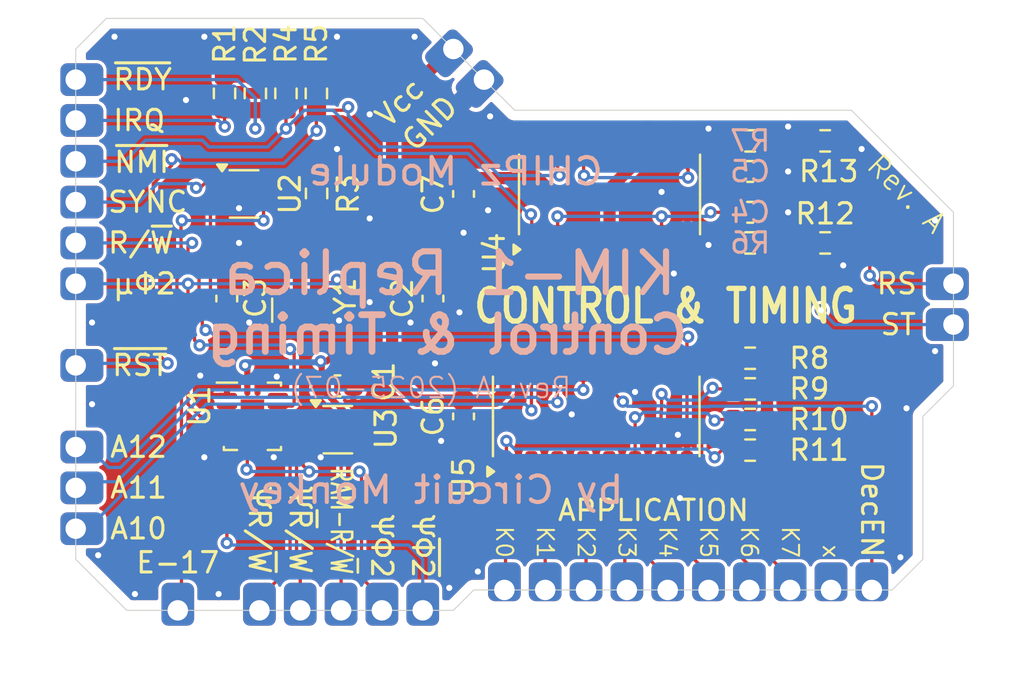
<source format=kicad_pcb>
(kicad_pcb (version 20241229) (generator "pcbnew") (generator_version "9.0")
  (layers (0 "F.Cu" signal) (2 "B.Cu" signal) (13 "F.Paste" user) (15 "B.Paste" user) (5 "F.SilkS" user "F.Silkscreen") (7 "B.SilkS" user "B.Silkscreen") (1 "F.Mask" user) (3 "B.Mask" user) (25 "Edge.Cuts" user))
  (net 0 "")
  (net 1 "GND")
  (net 2 "VCC")
  (net 3 "Net-(CST13-Pad1)")
  (net 5 "Net-(U4-THRESH1)")
  (net 6 "Net-(U4-THRESH2)")
  (net 7 "/K1")
  (net 8 "/K4")
  (net 9 "/K7")
  (net 10 "/DECEN")
  (net 11 "/K6")
  (net 12 "/K5")
  (net 13 "/K2")
  (net 14 "/K0")
  (net 16 "/K3")
  (net 23 "/SYNC")
  (net 24 "/~{IRQ}")
  (net 25 "/~{RDY}")
  (net 26 "/~{NMI}")
  (net 27 "/~{RST}")
  (net 28 "/A10")
  (net 29 "/A11")
  (net 30 "/A12")
  (net 31 "/μΦ2")
  (net 32 "/R{slash}~{W}")
  (net 33 "/ΨR{slash}~{W}")
  (net 34 "/Ψ~{R}{slash}W")
  (net 35 "/RAM-R{slash}~{W}")
  (net 36 "/ΨΦ2")
  (net 37 "/Ψ~{Φ2}")
  (net 38 "/ST")
  (net 39 "/RS")
  (footprint "CM_Connector_Castelated:cast-2.0-01P" (layer "F.Cu") (at 129 108 180)
    (property "Reference" "CST9" (hide yes))
    (property "Value" "A11")
  )
  (footprint "CM_Chip_Packages:QFN-14_EP_2.5x3_Pitch0.5mm" (layer "F.Cu") (at 137.65625 104.49375)
    (property "Reference" "U1")
    (property "Value" "74HC04")
  )
  (footprint "Package_TO_SOT_SMD:SOT-353_SC-70-5" (layer "F.Cu") (at 137.25 93.6)
    (property "Reference" "U2")
    (property "Value" "74AHC1G00")
  )
  (footprint "CM_Connector_Castelated:cast-2.0-01P" (layer "F.Cu") (at 134 114 -90)
    (property "Reference" "CST13" (hide yes))
    (property "Value" "E-17")
  )
  (footprint "Capacitor_SMD:C_0603_1608Metric" (layer "F.Cu") (at 148 104.5 -90)
    (property "Reference" "C6")
    (property "Value" "0.1uF" (hide yes))
  )
  (footprint "Resistor_SMD:R_0603_1608Metric" (layer "F.Cu") (at 136.29 88.675 -90)
    (property "Reference" "R1")
    (property "Value" "3.3K" (hide yes))
  )
  (footprint "CM_Connector_Castelated:cast-2.0-01P" (layer "F.Cu") (at 129 110 180)
    (property "Reference" "CST8" (hide yes))
    (property "Value" "A10")
  )
  (footprint "Oscillator:Oscillator_SMD_Abracon_ASDMB-4Pin_2.5x2.0mm" (layer "F.Cu") (at 139.975 98.725)
    (property "Reference" "Y1")
    (property "Value" "8MHz")
  )
  (footprint "CM_Connector_Castelated:cast-2.0-01P" (layer "F.Cu") (at 172 100)
    (property "Reference" "CST21" (hide yes))
    (property "Value" "ST")
  )
  (footprint "Resistor_SMD:R_0603_1608Metric" (layer "F.Cu") (at 162.04 103.15)
    (property "Reference" "R9")
    (property "Value" "3.3K" (hide yes))
  )
  (footprint "CM_Connector_Castelated:cast-2.0-01P" (layer "F.Cu") (at 129 90 180)
    (property "Reference" "CST4" (hide yes))
    (property "Value" "IRQ")
  )
  (footprint "Resistor_SMD:R_0603_1608Metric" (layer "F.Cu") (at 162.04 91)
    (property "Reference" "R7")
    (property "Value" "1K" (hide yes))
  )
  (footprint "Capacitor_SMD:C_0603_1608Metric" (layer "F.Cu") (at 141.825 103)
    (property "Reference" "C1")
    (property "Value" "0.1uF" (hide yes))
  )
  (footprint "CM_Connector_Castelated:cast-2.0-01P" (layer "F.Cu") (at 146 114 -90)
    (property "Reference" "CST18" (hide yes))
    (property "Value" "Ψ~{Φ2}")
  )
  (footprint "Capacitor_SMD:C_0603_1608Metric" (layer "F.Cu") (at 146.5 98.725 -90)
    (property "Reference" "C2")
    (property "Value" "4.7uF" (hide yes))
  )
  (footprint "CM_Connector_Castelated:cast-2.0-01P" (layer "F.Cu") (at 129 94 180)
    (property "Reference" "CST3" (hide yes))
    (property "Value" "SYNC")
  )
  (footprint "Package_SO:SO-16_3.9x9.9mm_P1.27mm" (layer "F.Cu") (at 154.5 104.5 90)
    (property "Reference" "U5")
    (property "Value" "74LS145")
  )
  (footprint "CM_Connector_Castelated:cast-2.0-01P" (layer "F.Cu") (at 172 98)
    (property "Reference" "CST20" (hide yes))
    (property "Value" "RS")
  )
  (footprint "Resistor_SMD:R_0603_1608Metric" (layer "F.Cu") (at 140.79 88.675 -90)
    (property "Reference" "R5")
    (property "Value" "3.3K" (hide yes))
  )
  (footprint "Capacitor_SMD:C_0603_1608Metric" (layer "F.Cu") (at 162.04 92.5)
    (property "Reference" "C5")
    (property "Value" "0.22uF" (hide yes))
  )
  (footprint "Resistor_SMD:R_0603_1608Metric" (layer "F.Cu") (at 162.04 101.65)
    (property "Reference" "R8")
    (property "Value" "3.3K" (hide yes))
  )
  (footprint "Resistor_SMD:R_0603_1608Metric" (layer "F.Cu") (at 162.04 106.15)
    (property "Reference" "R11")
    (property "Value" "3.3K" (hide yes))
  )
  (footprint "CM_Connector_Castelated:cast-2.0-01P" (layer "F.Cu") (at 147.5 86.5 45)
    (property "Reference" "CST1" (hide yes))
    (property "Value" "Vcc")
  )
  (footprint "Resistor_SMD:R_0603_1608Metric" (layer "F.Cu") (at 140.8 93.575 90)
    (property "Reference" "R3")
    (property "Value" "3.3K" (hide yes))
  )
  (footprint "Resistor_SMD:R_0603_1608Metric" (layer "F.Cu") (at 165.715 91)
    (property "Reference" "R13")
    (property "Value" "47K" (hide yes))
  )
  (footprint "CM_Connector_Castelated:cast-2.0-01P" (layer "F.Cu") (at 140 114 -90)
    (property "Reference" "CST15" (hide yes))
    (property "Value" "Ψ~{R}/W")
  )
  (footprint "CM_Connector_Castelated:cast-2.0-01P" (layer "F.Cu") (at 129 106 180)
    (property "Reference" "CST10" (hide yes))
    (property "Value" "A12")
  )
  (footprint "CM_Connector_Castelated:cast-2.0-01P" (layer "F.Cu") (at 142 114 -90)
    (property "Reference" "CST16" (hide yes))
    (property "Value" "RAM-R/~{W}")
  )
  (footprint "CM_Connector_Castelated:cast-2.0-01P" (layer "F.Cu") (at 129 96 180)
    (property "Reference" "CST12" (hide yes))
    (property "Value" "R/~{W}")
  )
  (footprint "Capacitor_SMD:C_0603_1608Metric" (layer "F.Cu") (at 162.04 94.5)
    (property "Reference" "C4")
    (property "Value" "0.22uF" (hide yes))
  )
  (footprint "Resistor_SMD:R_0603_1608Metric" (layer "F.Cu") (at 139.3 88.675 -90)
    (property "Reference" "R4")
    (property "Value" "3.3K" (hide yes))
  )
  (footprint "Capacitor_SMD:C_0603_1608Metric" (layer "F.Cu") (at 136.4 98.725 -90)
    (property "Reference" "C3")
    (property "Value" "0.01uF" (hide yes))
  )
  (footprint "Capacitor_SMD:C_0603_1608Metric" (layer "F.Cu") (at 148 93.6 -90)
    (property "Reference" "C7")
    (property "Value" "0.1uF" (hide yes))
  )
  (footprint "Package_TO_SOT_SMD:SOT-353_SC-70-5" (layer "F.Cu") (at 141.84 105.15)
    (property "Reference" "U3")
    (property "Value" "74AHC1G00")
  )
  (footprint "Resistor_SMD:R_0603_1608Metric" (layer "F.Cu") (at 165.715 96)
    (property "Reference" "R12")
    (property "Value" "47K" (hide yes))
  )
  (footprint "Resistor_SMD:R_0603_1608Metric" (layer "F.Cu") (at 162.04 104.65)
    (property "Reference" "R10")
    (property "Value" "3.3K" (hide yes))
  )
  (footprint "CM_Connector_Castelated:cast-2.0-01P" (layer "F.Cu") (at 129 98 180)
    (property "Reference" "CST11" (hide yes))
    (property "Value" "μΦ2")
  )
  (footprint "CM_Connector_Castelated:cast-2.0-01P" (layer "F.Cu") (at 129 92 180)
    (property "Reference" "CST6" (hide yes))
    (property "Value" "~{NMI}")
  )
  (footprint "CM_Connector_Castelated:cast-2.0-01P" (layer "F.Cu") (at 149 88 45)
    (property "Reference" "CST2" (hide yes))
    (property "Value" "GND")
  )
  (footprint "CM_Connector_Castelated:cast-2.0-01P" (layer "F.Cu") (at 138 114 -90)
    (property "Reference" "CST14" (hide yes))
    (property "Value" "ΨR/~{W}")
  )
  (footprint "Resistor_SMD:R_0603_1608Metric" (layer "F.Cu") (at 162.04 96)
    (property "Reference" "R6")
    (property "Value" "1K" (hide yes))
  )
  (footprint "CM_Connector_Castelated:cast-2.0-01P" (layer "F.Cu") (at 129 88 180)
    (property "Reference" "CST5" (hide yes))
    (property "Value" "~{RDY}")
  )
  (footprint "CM_Connector_Castelated:cast-2.0-01P" (layer "F.Cu") (at 144 114 -90)
    (property "Reference" "CST17" (hide yes))
    (property "Value" "ΨΦ2")
  )
  (footprint "Package_SO:SO-14_3.9x8.65mm_P1.27mm" (layer "F.Cu") (at 155.15 93.625 90)
    (property "Reference" "U4")
    (property "Value" "TLC556")
  )
  (footprint "CM_Connector_Castelated:cast-2.0-10P" (layer "F.Cu") (at 158 113 90)
    (property "Reference" "CST19" (hide yes))
    (property "Value" "APPLICATION")
  )
  (footprint "Resistor_SMD:R_0603_1608Metric" (layer "F.Cu") (at 137.8 88.675 -90)
    (property "Reference" "R2")
    (property "Value" "3.3K" (hide yes))
  )
  (footprint "CM_Connector_Castelated:cast-2.0-01P" (layer "F.Cu") (at 129 102 180)
    (property "Reference" "CST7" (hide yes))
    (property "Value" "~{RST}")
  )
  (gr_poly (pts (xy 129 86.5) (xy 129 111.5) (xy 131.5 114) (xy 147.5 114) (xy 148.5 113) (xy 169 113) (xy 170.5 111.5) (xy 170.5 104.5) (xy 172 103) (xy 172 94.5) (xy 167 89.5) (xy 150.5 89.5) (xy 146 85) (xy 130.5 85)) (stroke (width 0.05)) (fill no) (layer "Edge.Cuts"))
  (gr_text "CONTROL & TIMING" (at 157.9 99.1 0) (layer "F.SilkS") (effects (font (size 1.6 1.3) (thickness 0.26) (bold yes))))
  (gr_text "K7" (at 164 111.5 270) (layer "F.SilkS") (effects (font (size 0.8 0.8) (thickness 0.1)) (justify right)))
  (gr_text "K2" (at 154 111.5 270) (layer "F.SilkS") (effects (font (size 0.8 0.8) (thickness 0.1)) (justify right)))
  (gr_text "K1" (at 152 111.5 270) (layer "F.SilkS") (effects (font (size 0.8 0.8) (thickness 0.1)) (justify right)))
  (gr_text "K6" (at 162 111.5 270) (layer "F.SilkS") (effects (font (size 0.8 0.8) (thickness 0.1)) (justify right)))
  (gr_text "K4" (at 158 111.5 270) (layer "F.SilkS") (effects (font (size 0.8 0.8) (thickness 0.1)) (justify right)))
  (gr_text "DecEN" (at 168 111.5 270) (layer "F.SilkS") (effects (font (size 1 1)) (justify right)))
  (gr_text "Rev. A" (at 169.7 93.6 315) (layer "F.SilkS") (effects (font (size 1 1) (thickness 0.1))))
  (gr_text "K0" (at 150 111.5 270) (layer "F.SilkS") (effects (font (size 0.8 0.8) (thickness 0.1)) (justify right)))
  (gr_text "K3" (at 156 111.5 270) (layer "F.SilkS") (effects (font (size 0.8 0.8) (thickness 0.1)) (justify right)))
  (gr_text "x" (at 166 111.5 270) (layer "F.SilkS") (effects (font (size 0.8 0.8) (thickness 0.1)) (justify right)))
  (gr_text "K5" (at 160 111.5 270) (layer "F.SilkS") (effects (font (size 0.8 0.8) (thickness 0.1)) (justify right)))
  (gr_text "KIM-1 Replica" (at 147.3 97.5 0) (layer "B.SilkS") (effects (font (size 2 2) (thickness 0.3)) (justify mirror)))
  (gr_text "CHIPz Module" (at 147.6 92.5 0) (layer "B.SilkS") (effects (font (size 1.3 1.4) (thickness 0.2) (bold yes)) (justify mirror)))
  (gr_text "by Circuit Monkey" (at 146.4 108.1 0) (layer "B.SilkS") (effects (font (size 1.3 1.4) (thickness 0.2) (bold yes)) (justify mirror)))
  (gr_text "Rev. A (2025-07)" (at 146.4 103.1 0) (layer "B.SilkS") (effects (font (size 1 1) (thickness 0.1)) (justify mirror)))
  (gr_text "Control & Timing" (at 147.2 100.5 0) (layer "B.SilkS") (effects (font (size 1.8 1.8) (thickness 0.33) (bold yes)) (justify mirror)))
  (via (at 135.3 85.9) (size 0.6) (drill 0.3) (layers "F.Cu" "B.Cu") (net 1))
  (via (at 137.5 99.9) (size 0.6) (drill 0.3) (layers "F.Cu" "B.Cu") (net 1))
  (via (at 160 96.1) (size 0.6) (drill 0.3) (layers "F.Cu" "B.Cu") (net 1))
  (via (at 145.6 85.9) (size 0.6) (drill 0.3) (layers "F.Cu" "B.Cu") (net 1))
  (via (at 147.8 99.4) (size 0.6) (drill 0.3) (layers "F.Cu" "B.Cu") (net 1))
  (via (at 157.7 93.5) (size 0.6) (drill 0.3) (layers "F.Cu" "B.Cu") (net 1))
  (via (at 146.6 101.9) (size 0.6) (drill 0.3) (layers "F.Cu" "B.Cu") (net 1))
  (via (at 130.9 85.9) (size 0.6) (drill 0.3) (layers "F.Cu" "B.Cu") (net 1))
  (via (at 169.4 111.4) (size 0.6) (drill 0.3) (layers "F.Cu" "B.Cu") (net 1))
  (via (at 149.2 94.4) (size 0.6) (drill 0.3) (layers "F.Cu" "B.Cu") (net 1))
  (via (at 134.4 89) (size 0.6) (drill 0.3) (layers "F.Cu" "B.Cu") (net 1))
  (via (at 129.8 103.9) (size 0.6) (drill 0.3) (layers "F.Cu" "B.Cu") (net 1))
  (via (at 137 96) (size 0.6) (drill 0.3) (layers "F.Cu" "B.Cu") (net 1))
  (via (at 138.85 102.55) (size 0.6) (drill 0.3) (layers "F.Cu" "B.Cu") (net 1))
  (via (at 143.4 98.9) (size 0.6) (drill 0.3) (layers "F.Cu" "B.Cu") (net 1))
  (via (at 143.4 94.8) (size 0.6) (drill 0.3) (layers "F.Cu" "B.Cu") (net 1))
  (via (at 171.1 101.3) (size 0.6) (drill 0.3) (layers "F.Cu" "B.Cu") (net 1))
  (via (at 141.9 99.8) (size 0.6) (drill 0.3) (layers "F.Cu" "B.Cu") (net 1))
  (via (at 167.5 91.4) (size 0.6) (drill 0.3) (layers "F.Cu" "B.Cu") (net 1))
  (via (at 135.1 102.5) (size 0.6) (drill 0.3) (layers "F.Cu" "B.Cu") (net 1))
  (via (at 163.9 90.3) (size 0.6) (drill 0.3) (layers "F.Cu" "B.Cu") (net 1))
  (via (at 135.3 106.5) (size 0.6) (drill 0.3) (layers "F.Cu" "B.Cu") (net 1))
  (via (at 171.1 94.9) (size 0.6) (drill 0.3) (layers "F.Cu" "B.Cu") (net 1))
  (via (at 141.8 91.4) (size 0.6) (drill 0.3) (layers "F.Cu" "B.Cu") (net 1))
  (via (at 166.6 97.1) (size 0.6) (drill 0.3) (layers "F.Cu" "B.Cu") (net 1))
  (via (at 146.9 105.7) (size 0.6) (drill 0.3) (layers "F.Cu" "B.Cu") (net 1))
  (via (at 129.8 99.9) (size 0.6) (drill 0.3) (layers "F.Cu" "B.Cu") (net 1))
  (via (at 158.3 97.5) (size 0.6) (drill 0.3) (layers "F.Cu" "B.Cu") (net 1))
  (via (at 147.3 112.9) (size 0.6) (drill 0.3) (layers "F.Cu" "B.Cu") (net 1))
  (via (at 149.3 89.8) (size 0.6) (drill 0.3) (layers "F.Cu" "B.Cu") (net 1))
  (via (at 148.7 112.1) (size 0.6) (drill 0.3) (layers "F.Cu" "B.Cu") (net 1))
  (via (at 169.7 104.1) (size 0.6) (drill 0.3) (layers "F.Cu" "B.Cu") (net 1))
  (via (at 148 95.5) (size 0.6) (drill 0.3) (layers "F.Cu" "B.Cu") (net 1))
  (via (at 163.9 92.5) (size 0.6) (drill 0.3) (layers "F.Cu" "B.Cu") (net 1))
  (via (at 160 90.4) (size 0.6) (drill 0.3) (layers "F.Cu" "B.Cu") (net 1))
  (via (at 158.6 108.5) (size 0.6) (drill 0.3) (layers "F.Cu" "B.Cu") (net 1))
  (via (at 143.4 89.7) (size 0.6) (drill 0.3) (layers "F.Cu" "B.Cu") (net 1))
  (via (at 137 94.3) (size 0.6) (drill 0.3) (layers "F.Cu" "B.Cu") (net 1))
  (via (at 145.4 99.9) (size 0.6) (drill 0.3) (layers "F.Cu" "B.Cu") (net 1))
  (via (at 130.1 111.3) (size 0.6) (drill 0.3) (layers "F.Cu" "B.Cu") (net 1))
  (via (at 141.8 85.9) (size 0.6) (drill 0.3) (layers "F.Cu" "B.Cu") (net 1))
  (via (at 131.9 113.2) (size 0.6) (drill 0.3) (layers "F.Cu" "B.Cu") (net 1))
  (via (at 138.7 106.5) (size 0.6) (drill 0.3) (layers "F.Cu" "B.Cu") (net 1))
  (via (at 136 113.2) (size 0.6) (drill 0.3) (layers "F.Cu" "B.Cu") (net 1))
  (via (at 141 106.5) (size 0.6) (drill 0.3) (layers "F.Cu" "B.Cu") (net 1))
  (via (at 163.9 94.5) (size 0.6) (drill 0.3) (layers "F.Cu" "B.Cu") (net 1))
  (via (at 156.4 103.3) (size 0.6) (drill 0.3) (layers "F.Cu" "B.Cu") (net 1))
  (via (at 153.3 104.4) (size 0.6) (drill 0.3) (layers "F.Cu" "B.Cu") (net 1))
  (via (at 158.5 105.4) (size 0.6) (drill 0.3) (layers "F.Cu" "B.Cu") (net 1))
  (segment (start 136.29 87.85) (end 137.79 87.85) (width 0.6) (layer "F.Cu") (net 2))
  (segment (start 156.8 99.1) (end 155.15 97.45) (width 0.6) (layer "F.Cu") (net 2))
  (segment (start 139.8 96.7) (end 144.5 96.7) (width 0.6) (layer "F.Cu") (net 2))
  (segment (start 162.865 100.365) (end 161.6 99.1) (width 0.6) (layer "F.Cu") (net 2))
  (segment (start 141.6 101.5) (end 144.5 101.5) (width 0.3) (layer "F.Cu") (net 2))
  (segment (start 145.725 103.725) (end 144.5 102.5) (width 0.6) (layer "F.Cu") (net 2))
  (segment (start 141.3 101.8) (end 141.6 101.5) (width 0.3) (layer "F.Cu") (net 2))
  (segment (start 162.865 101.65) (end 162.865 100.365) (width 0.6) (layer "F.Cu") (net 2))
  (segment (start 150.055 103.245) (end 149.575 103.725) (width 0.6) (layer "F.Cu") (net 2))
  (segment (start 140.79 87.85) (end 142.95 87.85) (width 0.6) (layer "F.Cu") (net 2))
  (segment (start 155.15 93.75) (end 155.15 96.1) (width 0.6) (layer "F.Cu") (net 2))
  (segment (start 137.40625 102.19375) (end 137.40625 102.99375) (width 0.3) (layer "F.Cu") (net 2))
  (segment (start 156.42 91.15) (end 156.42 92.08) (width 0.6) (layer "F.Cu") (net 2))
  (segment (start 141 101.8) (end 141 102) (width 0.3) (layer "F.Cu") (net 2))
  (segment (start 139.3 87.85) (end 140.79 87.85) (width 0.6) (layer "F.Cu") (net 2))
  (segment (start 139.15 97.95) (end 139.15 97.35) (width 0.6) (layer "F.Cu") (net 2))
  (segment (start 137.79 87.85) (end 139.3 87.85) (width 0.6) (layer "F.Cu") (net 2))
  (segment (start 138.2 92.95) (end 140.625 92.95) (width 0.3) (layer "F.Cu") (net 2))
  (segment (start 142.95 87.85) (end 144.5 89.4) (width 0.6) (layer "F.Cu") (net 2))
  (segment (start 139.15 97.35) (end 139.8 96.7) (width 0.6) (layer "F.Cu") (net 2))
  (segment (start 136.4 97.95) (end 139.15 97.95) (width 0.6) (layer "F.Cu") (net 2))
  (segment (start 142.79 104.5) (end 142.4 104.5) (width 0.3) (layer "F.Cu") (net 2))
  (segment (start 148 103.725) (end 145.725 103.725) (width 0.6) (layer "F.Cu") (net 2))
  (segment (start 144.5 92.7) (end 144.5 89.4) (width 0.6) (layer "F.Cu") (net 2))
  (segment (start 162.865 104.65) (end 162.865 103.15) (width 0.6) (layer "F.Cu") (net 2))
  (segment (start 144.625 92.825) (end 144.5 92.7) (width 0.6) (layer "F.Cu") (net 2))
  (segment (start 162.865 103.15) (end 162.865 101.65) (width 0.6) (layer "F.Cu") (net 2))
  (segment (start 141 102) (end 141.05 102.05) (width 0.3) (layer "F.Cu") (net 2))
  (segment (start 149.575 103.725) (end 148 103.725) (width 0.6) (layer "F.Cu") (net 2))
  (segment (start 162.865 106.15) (end 162.865 104.65) (width 0.6) (layer "F.Cu") (net 2))
  (segment (start 144.5 89.4) (end 146.853607 87.046393) (width 0.6) (layer "F.Cu") (net 2))
  (segment (start 146.853607 87.046393) (end 146.913607 87.046393) (width 0.6) (layer "F.Cu") (net 2))
  (segment (start 151.075 92.825) (end 151.34 92.56) (width 0.6) (layer "F.Cu") (net 2))
  (segment (start 151.625 92.825) (end 151.075 92.825) (width 0.6) (layer "F.Cu") (net 2))
  (segment (start 144.425 92.775) (end 144.5 92.7) (width 0.6) (layer "F.Cu") (net 2))
  (segment (start 152.3 93.5) (end 151.625 92.825) (width 0.6) (layer "F.Cu") (net 2))
  (segment (start 137.3 102) (end 137.3 102.0875) (width 0.3) (layer "F.Cu") (net 2))
  (segment (start 142.4 104.5) (end 141.05 103.15) (width 0.3) (layer "F.Cu") (net 2))
  (segment (start 141.05 103.15) (end 141.05 103) (width 0.6) (layer "F.Cu") (net 2))
  (segment (start 150.055 101.925) (end 150.055 103.245) (width 0.6) (layer "F.Cu") (net 2))
  (segment (start 144.5 97.9) (end 144.5 96.7) (width 0.6) (layer "F.Cu") (net 2))
  (segment (start 144.55 97.95) (end 144.5 97.9) (width 0.6) (layer "F.Cu") (net 2))
  (segment (start 140.625 92.95) (end 140.8 92.775) (width 0.3) (layer "F.Cu") (net 2))
  (segment (start 141.05 102.05) (end 141.05 103) (width 0.3) (layer "F.Cu") (net 2))
  (segment (start 144.5 101.5) (end 144.5 97.9) (width 0.6) (layer "F.Cu") (net 2))
  (segment (start 156.42 92.08) (end 155.15 93.35) (width 0.6) (layer "F.Cu") (net 2))
  (segment (start 155.15 93.75) (end 154.9 93.5) (width 0.6) (layer "F.Cu") (net 2))
  (segment (start 155.15 97.45) (end 155.15 96.1) (width 0.6) (layer "F.Cu") (net 2))
  (segment (start 155.15 93.35) (end 155.15 93.75) (width 0.6) (layer "F.Cu") (net 2))
  (segment (start 140.8 92.775) (end 144.425 92.775) (width 0.6) (layer "F.Cu") (net 2))
  (segment (start 144.5 102.5) (end 144.5 101.5) (width 0.6) (layer "F.Cu") (net 2))
  (segment (start 154.9 93.5) (end 152.3 93.5) (width 0.6) (layer "F.Cu") (net 2))
  (segment (start 148 92.825) (end 144.625 92.825) (width 0.6) (layer "F.Cu") (net 2))
  (segment (start 146.5 97.95) (end 144.55 97.95) (width 0.6) (layer "F.Cu") (net 2))
  (segment (start 137.3 102.0875) (end 137.40625 102.19375) (width 0.3) (layer "F.Cu") (net 2))
  (segment (start 151.34 92.56) (end 151.34 91.15) (width 0.6) (layer "F.Cu") (net 2))
  (segment (start 161.6 99.1) (end 156.8 99.1) (width 0.6) (layer "F.Cu") (net 2))
  (segment (start 141 101.8) (end 141.3 101.8) (width 0.3) (layer "F.Cu") (net 2))
  (segment (start 148 92.825) (end 151.075 92.825) (width 0.6) (layer "F.Cu") (net 2))
  (segment (start 144.5 96.7) (end 144.5 92.7) (width 0.6) (layer "F.Cu") (net 2))
  (via (at 141 101.8) (size 0.6) (drill 0.3) (layers "F.Cu" "B.Cu") (net 2))
  (via (at 137.3 102) (size 0.6) (drill 0.3) (layers "F.Cu" "B.Cu") (net 2))
  (segment (start 137.35 101.85) (end 140.95 101.85) (width 0.3) (layer "B.Cu") (net 2))
  (segment (start 137.3 102) (end 137.3 101.9) (width 0.3) (layer "B.Cu") (net 2))
  (segment (start 137.3 101.9) (end 137.35 101.85) (width 0.3) (layer "B.Cu") (net 2))
  (segment (start 140.95 101.85) (end 141 101.8) (width 0.3) (layer "B.Cu") (net 2))
  (segment (start 139.65 94.25) (end 138.2 94.25) (width 0.16) (layer "F.Cu") (net 3))
  (segment (start 134.179 113.22) (end 134 113.399) (width 0.16) (layer "F.Cu") (net 3))
  (segment (start 138.2 94.25) (end 138.2 94.9) (width 0.16) (layer "F.Cu") (net 3))
  (segment (start 134.159 94.941) (end 134.159 96.22409) (width 0.16) (layer "F.Cu") (net 3))
  (segment (start 140.8 94.425) (end 139.825 94.425) (width 0.16) (layer "F.Cu") (net 3))
  (segment (start 139.825 94.425) (end 139.65 94.25) (width 0.16) (layer "F.Cu") (net 3))
  (segment (start 134.179 96.24409) (end 134.179 97.55591) (width 0.16) (layer "F.Cu") (net 3))
  (segment (start 133.959 98.259) (end 134.179 98.479) (width 0.16) (layer "F.Cu") (net 3))
  (segment (start 134.2 94.9) (end 134.159 94.941) (width 0.16) (layer "F.Cu") (net 3))
  (segment (start 134.179 97.55591) (end 133.959 97.77591) (width 0.16) (layer "F.Cu") (net 3))
  (segment (start 134.179 98.479) (end 134.179 113.22) (width 0.16) (layer "F.Cu") (net 3))
  (segment (start 133.959 97.77591) (end 133.959 98.259) (width 0.16) (layer "F.Cu") (net 3))
  (segment (start 134.159 96.22409) (end 134.179 96.24409) (width 0.16) (layer "F.Cu") (net 3))
  (via (at 138.2 94.9) (size 0.6) (drill 0.3) (layers "F.Cu" "B.Cu") (net 3))
  (via (at 134.2 94.9) (size 0.6) (drill 0.3) (layers "F.Cu" "B.Cu") (net 3))
  (segment (start 138.2 94.9) (end 134.2 94.9) (width 0.16) (layer "B.Cu") (net 3))
  (segment (start 161.265 95.95) (end 161.215 96) (width 0.16) (layer "F.Cu") (net 5))
  (segment (start 160.1 94.5) (end 161.265 94.5) (width 0.16) (layer "F.Cu") (net 5))
  (segment (start 157.7 94.7) (end 157.7 96.09) (width 0.16) (layer "F.Cu") (net 5))
  (segment (start 152.61 94.71) (end 152.6 94.7) (width 0.16) (layer "F.Cu") (net 5))
  (segment (start 157.7 96.09) (end 157.69 96.1) (width 0.16) (layer "F.Cu") (net 5))
  (segment (start 161.265 94.5) (end 161.265 95.95) (width 0.16) (layer "F.Cu") (net 5))
  (segment (start 152.61 96.1) (end 152.61 94.71) (width 0.16) (layer "F.Cu") (net 5))
  (via (at 152.6 94.7) (size 0.6) (drill 0.3) (layers "F.Cu" "B.Cu") (net 5))
  (via (at 157.7 94.7) (size 0.6) (drill 0.3) (layers "F.Cu" "B.Cu") (net 5))
  (via (at 160.1 94.5) (size 0.6) (drill 0.3) (layers "F.Cu" "B.Cu") (net 5))
  (segment (start 157.7 94.7) (end 159.9 94.7) (width 0.16) (layer "B.Cu") (net 5))
  (segment (start 159.9 94.7) (end 160.1 94.5) (width 0.16) (layer "B.Cu") (net 5))
  (segment (start 152.6 94.7) (end 157.7 94.7) (width 0.16) (layer "B.Cu") (net 5))
  (segment (start 153.88 91.15) (end 153.88 92.68) (width 0.16) (layer "F.Cu") (net 6))
  (segment (start 161.065 91.15) (end 161.215 91) (width 0.16) (layer "F.Cu") (net 6))
  (segment (start 159 92.8) (end 159 92.4) (width 0.16) (layer "F.Cu") (net 6))
  (segment (start 153.88 92.68) (end 153.9 92.7) (width 0.16) (layer "F.Cu") (net 6))
  (segment (start 158.96 91.15) (end 161.065 91.15) (width 0.16) (layer "F.Cu") (net 6))
  (segment (start 161.215 92.45) (end 161.265 92.5) (width 0.16) (layer "F.Cu") (net 6))
  (segment (start 161.215 91) (end 161.215 92.45) (width 0.16) (layer "F.Cu") (net 6))
  (segment (start 158.96 92.36) (end 158.96 91.15) (width 0.16) (layer "F.Cu") (net 6))
  (segment (start 159 92.4) (end 158.96 92.36) (width 0.16) (layer "F.Cu") (net 6))
  (via (at 153.9 92.7) (size 0.6) (drill 0.3) (layers "F.Cu" "B.Cu") (net 6))
  (via (at 159 92.8) (size 0.6) (drill 0.3) (layers "F.Cu" "B.Cu") (net 6))
  (segment (start 154 92.8) (end 159 92.8) (width 0.16) (layer "B.Cu") (net 6))
  (segment (start 153.9 92.7) (end 154 92.8) (width 0.16) (layer "B.Cu") (net 6))
  (segment (start 152 109.5) (end 152 112.399) (width 0.16) (layer "F.Cu") (net 7))
  (segment (start 151.325 107.075) (end 151.325 108.825) (width 0.16) (layer "F.Cu") (net 7))
  (segment (start 151.325 108.825) (end 152 109.5) (width 0.16) (layer "F.Cu") (net 7))
  (segment (start 155.135 109.534) (end 158 112.399) (width 0.16) (layer "F.Cu") (net 8))
  (segment (start 155.135 107.075) (end 155.135 109.534) (width 0.16) (layer "F.Cu") (net 8))
  (segment (start 159.666 105.566) (end 159.666 108.066) (width 0.16) (layer "F.Cu") (net 9))
  (segment (start 161.215 101.65) (end 160.45 101.65) (width 0.16) (layer "F.Cu") (net 9))
  (segment (start 135.600324 93.799676) (end 135.8 93.6) (width 0.16) (layer "F.Cu") (net 9))
  (segment (start 160.175 101.925) (end 158.945 101.925) (width 0.16) (layer "F.Cu") (net 9))
  (segment (start 158.945 101.925) (end 158.945 104.845) (width 0.16) (layer "F.Cu") (net 9))
  (segment (start 158.945 101.925) (end 158.945 100.655) (width 0.16) (layer "F.Cu") (net 9))
  (segment (start 135.8 93.6) (end 136.3 93.6) (width 0.16) (layer "F.Cu") (net 9))
  (segment (start 135.2 98.7) (end 135.600324 98.299676) (width 0.16) (layer "F.Cu") (net 9))
  (segment (start 135.361 100.269216) (end 135.2 100.108216) (width 0.16) (layer "F.Cu") (net 9))
  (segment (start 160.45 101.65) (end 160.175 101.925) (width 0.16) (layer "F.Cu") (net 9))
  (segment (start 159.666 108.066) (end 163.999 112.399) (width 0.16) (layer "F.Cu") (net 9))
  (segment (start 163.999 112.399) (end 164 112.399) (width 0.16) (layer "F.Cu") (net 9))
  (segment (start 158.945 100.655) (end 159 100.6) (width 0.16) (layer "F.Cu") (net 9))
  (segment (start 158.945 104.845) (end 159.666 105.566) (width 0.16) (layer "F.Cu") (net 9))
  (segment (start 135.600324 98.299676) (end 135.600324 93.799676) (width 0.16) (layer "F.Cu") (net 9))
  (segment (start 135.2 100.108216) (end 135.2 98.7) (width 0.16) (layer "F.Cu") (net 9))
  (via (at 159 100.6) (size 0.6) (drill 0.3) (layers "F.Cu" "B.Cu") (net 9))
  (via (at 135.361 100.269216) (size 0.6) (drill 0.3) (layers "F.Cu" "B.Cu") (net 9))
  (segment (start 135.520126 100.269216) (end 135.85091 100.6) (width 0.16) (layer "B.Cu") (net 9))
  (segment (start 135.85091 100.6) (end 159 100.6) (width 0.16) (layer "B.Cu") (net 9))
  (segment (start 135.361 100.269216) (end 135.520126 100.269216) (width 0.16) (layer "B.Cu") (net 9))
  (segment (start 168 104) (end 168 112.399) (width 0.16) (layer "F.Cu") (net 10))
  (segment (start 155.135 103.103233) (end 155.135 101.925) (width 0.16) (layer "F.Cu") (net 10))
  (segment (start 155.806537 103.77477) (end 155.135 103.103233) (width 0.16) (layer "F.Cu") (net 10))
  (via (at 155.806537 103.77477) (size 0.6) (drill 0.3) (layers "F.Cu" "B.Cu") (net 10))
  (via (at 168 104) (size 0.6) (drill 0.3) (layers "F.Cu" "B.Cu") (net 10))
  (segment (start 156.667452 103.98) (end 157.827452 103.98) (width 0.16) (layer "B.Cu") (net 10))
  (segment (start 156.646452 104.001) (end 156.667452 103.98) (width 0.16) (layer "B.Cu") (net 10))
  (segment (start 160.053548 104.001) (end 167.999 104.001) (width 0.16) (layer "B.Cu") (net 10))
  (segment (start 157.827452 103.98) (end 157.867452 104.02) (width 0.16) (layer "B.Cu") (net 10))
  (segment (start 160.034548 104.02) (end 160.053548 104.001) (width 0.16) (layer "B.Cu") (net 10))
  (segment (start 156.032767 104.001) (end 156.646452 104.001) (width 0.16) (layer "B.Cu") (net 10))
  (segment (start 167.999 104.001) (end 168 104) (width 0.16) (layer "B.Cu") (net 10))
  (segment (start 155.806537 103.77477) (end 156.032767 104.001) (width 0.16) (layer "B.Cu") (net 10))
  (segment (start 157.867452 104.02) (end 160.034548 104.02) (width 0.16) (layer "B.Cu") (net 10))
  (segment (start 158.7 109.8) (end 160 109.8) (width 0.16) (layer "F.Cu") (net 11))
  (segment (start 157.7 103.4) (end 157.7 104.2) (width 0.16) (layer "F.Cu") (net 11))
  (segment (start 157.675 108.775) (end 158.7 109.8) (width 0.16) (layer "F.Cu") (net 11))
  (segment (start 160 109.8) (end 162 111.8) (width 0.16) (layer "F.Cu") (net 11))
  (segment (start 157.675 104.225) (end 157.675 107.075) (width 0.16) (layer "F.Cu") (net 11))
  (segment (start 162 111.8) (end 162 112.399) (width 0.16) (layer "F.Cu") (net 11))
  (segment (start 157.7 104.2) (end 157.675 104.225) (width 0.16) (layer "F.Cu") (net 11))
  (segment (start 160.25 103.15) (end 160.2 103.1) (width 0.16) (layer "F.Cu") (net 11))
  (segment (start 157.675 107.075) (end 157.675 108.775) (width 0.16) (layer "F.Cu") (net 11))
  (segment (start 161.215 103.15) (end 160.25 103.15) (width 0.16) (layer "F.Cu") (net 11))
  (via (at 157.7 103.4) (size 0.6) (drill 0.3) (layers "F.Cu" "B.Cu") (net 11))
  (via (at 160.2 103.1) (size 0.6) (drill 0.3) (layers "F.Cu" "B.Cu") (net 11))
  (segment (start 157.7 103.4) (end 158 103.7) (width 0.16) (layer "B.Cu") (net 11))
  (segment (start 158 103.7) (end 159.6 103.7) (width 0.16) (layer "B.Cu") (net 11))
  (segment (start 159.6 103.7) (end 160.2 103.1) (width 0.16) (layer "B.Cu") (net 11))
  (segment (start 156.405 107.075) (end 156.405 109.205) (width 0.16) (layer "F.Cu") (net 12))
  (segment (start 158.1 110.3) (end 160 112.2) (width 0.16) (layer "F.Cu") (net 12))
  (segment (start 160 112.2) (end 160 112.399) (width 0.16) (layer "F.Cu") (net 12))
  (segment (start 156.405 104.705) (end 156.405 107.075) (width 0.16) (layer "F.Cu") (net 12))
  (segment (start 156.4 104.541) (end 156.4 104.7) (width 0.16) (layer "F.Cu") (net 12))
  (segment (start 160.35 104.65) (end 160.3 104.7) (width 0.16) (layer "F.Cu") (net 12))
  (segment (start 161.215 104.65) (end 160.35 104.65) (width 0.16) (layer "F.Cu") (net 12))
  (segment (start 156.405 109.205) (end 157.5 110.3) (width 0.16) (layer "F.Cu") (net 12))
  (segment (start 156.4 104.7) (end 156.405 104.705) (width 0.16) (layer "F.Cu") (net 12))
  (segment (start 157.5 110.3) (end 158.1 110.3) (width 0.16) (layer "F.Cu") (net 12))
  (via (at 156.4 104.541) (size 0.6) (drill 0.3) (layers "F.Cu" "B.Cu") (net 12))
  (via (at 160.3 104.7) (size 0.6) (drill 0.3) (layers "F.Cu" "B.Cu") (net 12))
  (segment (start 157.734904 104.34) (end 159.94 104.34) (width 0.16) (layer "B.Cu") (net 12))
  (segment (start 156.4 104.541) (end 156.559 104.541) (width 0.16) (layer "B.Cu") (net 12))
  (segment (start 156.8 104.3) (end 157.694904 104.3) (width 0.16) (layer "B.Cu") (net 12))
  (segment (start 157.694904 104.3) (end 157.734904 104.34) (width 0.16) (layer "B.Cu") (net 12))
  (segment (start 159.94 104.34) (end 160.3 104.7) (width 0.16) (layer "B.Cu") (net 12))
  (segment (start 156.559 104.541) (end 156.8 104.3) (width 0.16) (layer "B.Cu") (net 12))
  (segment (start 154 110.2) (end 154 112.399) (width 0.16) (layer "F.Cu") (net 13))
  (segment (start 152.595 108.795) (end 154 110.2) (width 0.16) (layer "F.Cu") (net 13))
  (segment (start 152.595 107.075) (end 152.595 108.795) (width 0.16) (layer "F.Cu") (net 13))
  (segment (start 150.055 107.075) (end 150.055 112.344) (width 0.16) (layer "F.Cu") (net 14))
  (segment (start 150.1 107.03) (end 150.055 107.075) (width 0.16) (layer "F.Cu") (net 14))
  (segment (start 161.215 106.15) (end 160.65 106.15) (width 0.16) (layer "F.Cu") (net 14))
  (segment (start 160.65 106.15) (end 160.3 106.5) (width 0.16) (layer "F.Cu") (net 14))
  (segment (start 150.1 105.7) (end 150.1 107.03) (width 0.16) (layer "F.Cu") (net 14))
  (segment (start 150.055 112.344) (end 150 112.399) (width 0.16) (layer "F.Cu") (net 14))
  (via (at 150.1 105.7) (size 0.6) (drill 0.3) (layers "F.Cu" "B.Cu") (net 14))
  (via (at 160.3 106.5) (size 0.6) (drill 0.3) (layers "F.Cu" "B.Cu") (net 14))
  (segment (start 150.1 105.7) (end 150.5 106.1) (width 0.16) (layer "B.Cu") (net 14))
  (segment (start 159.9 106.1) (end 160.3 106.5) (width 0.16) (layer "B.Cu") (net 14))
  (segment (start 150.5 106.1) (end 159.9 106.1) (width 0.16) (layer "B.Cu") (net 14))
  (segment (start 153.865 108.965) (end 155.9 111) (width 0.16) (layer "F.Cu") (net 16))
  (segment (start 155.9 112.399) (end 156 112.399) (width 0.16) (layer "F.Cu") (net 16))
  (segment (start 153.865 107.075) (end 153.865 108.965) (width 0.16) (layer "F.Cu") (net 16))
  (segment (start 155.9 111) (end 155.9 112.399) (width 0.16) (layer "F.Cu") (net 16))
  (segment (start 135.1 93.3) (end 135.45 92.95) (width 0.16) (layer "F.Cu") (net 23))
  (segment (start 134.9 93.3) (end 135.1 93.3) (width 0.16) (layer "F.Cu") (net 23))
  (segment (start 135.45 92.95) (end 136.3 92.95) (width 0.16) (layer "F.Cu") (net 23))
  (via (at 134.9 93.3) (size 0.6) (drill 0.3) (layers "F.Cu" "B.Cu") (net 23))
  (segment (start 134.9 93.3) (end 134.7 93.1) (width 0.16) (layer "B.Cu") (net 23))
  (segment (start 134.7 93.1) (end 133 93.1) (width 0.16) (layer "B.Cu") (net 23))
  (segment (start 133 93.1) (end 132.1 94) (width 0.16) (layer "B.Cu") (net 23))
  (segment (start 132.1 94) (end 129.601 94) (width 0.16) (layer "B.Cu") (net 23))
  (segment (start 136.29 89.5) (end 136.29 90.29) (width 0.16) (layer "F.Cu") (net 24))
  (segment (start 136.29 90.29) (end 136.3 90.3) (width 0.16) (layer "F.Cu") (net 24))
  (via (at 136.3 90.3) (size 0.6) (drill 0.3) (layers "F.Cu" "B.Cu") (net 24))
  (segment (start 136 90) (end 129.601 90) (width 0.16) (layer "B.Cu") (net 24))
  (segment (start 136.3 90.3) (end 136 90) (width 0.16) (layer "B.Cu") (net 24))
  (segment (start 137.79 90.39) (end 137.8 90.4) (width 0.16) (layer "F.Cu") (net 25))
  (segment (start 137.79 89.5) (end 137.79 90.39) (width 0.16) (layer "F.Cu") (net 25))
  (via (at 137.8 90.4) (size 0.6) (drill 0.3) (layers "F.Cu" "B.Cu") (net 25))
  (segment (start 136.9 88) (end 129.601 88) (width 0.16) (layer "B.Cu") (net 25))
  (segment (start 137.8 90.4) (end 137.8 88.9) (width 0.16) (layer "B.Cu") (net 25))
  (segment (start 137.8 88.9) (end 136.9 88) (width 0.16) (layer "B.Cu") (net 25))
  (segment (start 151.34 96.1) (end 151.34 94.64) (width 0.16) (layer "F.Cu") (net 26))
  (segment (start 139.3 89.5) (end 139.3 90.4) (width 0.16) (layer "F.Cu") (net 26))
  (segment (start 151.34 94.64) (end 151.3 94.6) (width 0.16) (layer "F.Cu") (net 26))
  (via (at 151.3 94.6) (size 0.6) (drill 0.3) (layers "F.Cu" "B.Cu") (net 26))
  (via (at 139.3 90.4) (size 0.6) (drill 0.3) (layers "F.Cu" "B.Cu") (net 26))
  (segment (start 148.22 91.62) (end 143.72 91.62) (width 0.16) (layer "B.Cu") (net 26))
  (segment (start 135.2 90.966) (end 132.434 90.966) (width 0.16) (layer "B.Cu") (net 26))
  (segment (start 139.3 90.4) (end 138.4 91.3) (width 0.16) (layer "B.Cu") (net 26))
  (segment (start 135.534 91.3) (end 135.2 90.966) (width 0.16) (layer "B.Cu") (net 26))
  (segment (start 131.4 92) (end 129.601 92) (width 0.16) (layer "B.Cu") (net 26))
  (segment (start 132.434 90.966) (end 131.4 92) (width 0.16) (layer "B.Cu") (net 26))
  (segment (start 151.3 94.6) (end 151.2 94.6) (width 0.16) (layer "B.Cu") (net 26))
  (segment (start 143.72 91.62) (end 141.6 89.5) (width 0.16) (layer "B.Cu") (net 26))
  (segment (start 141.6 89.5) (end 140.2 89.5) (width 0.16) (layer "B.Cu") (net 26))
  (segment (start 138.4 91.3) (end 135.534 91.3) (width 0.16) (layer "B.Cu") (net 26))
  (segment (start 151.2 94.6) (end 148.22 91.62) (width 0.16) (layer "B.Cu") (net 26))
  (segment (start 140.2 89.5) (end 139.3 90.4) (width 0.16) (layer "B.Cu") (net 26))
  (segment (start 142.200001 89.5) (end 142.348307 89.351694) (width 0.16) (layer "F.Cu") (net 27))
  (segment (start 140.79 89.5) (end 142.200001 89.5) (width 0.16) (layer "F.Cu") (net 27))
  (segment (start 132.8 93.100002) (end 132.8 101.2) (width 0.16) (layer "F.Cu") (net 27))
  (segment (start 133.7 91.9) (end 133.7 92.200002) (width 0.16) (layer "F.Cu") (net 27))
  (segment (start 152.61 92.61) (end 152.7 92.7) (width 0.16) (layer "F.Cu") (net 27))
  (segment (start 140.79 89.5) (end 140.79 90.49) (width 0.16) (layer "F.Cu") (net 27))
  (segment (start 132.8 101.2) (end 133.5 101.9) (width 0.16) (layer "F.Cu") (net 27))
  (segment (start 133.7 92.200002) (end 132.8 93.100002) (width 0.16) (layer "F.Cu") (net 27))
  (segment (start 152.61 91.15) (end 152.61 92.61) (width 0.16) (layer "F.Cu") (net 27))
  (segment (start 140.79 90.49) (end 140.8 90.5) (width 0.16) (layer "F.Cu") (net 27))
  (via (at 140.8 90.5) (size 0.6) (drill 0.3) (layers "F.Cu" "B.Cu") (net 27))
  (via (at 133.5 101.9) (size 0.6) (drill 0.3) (layers "F.Cu" "B.Cu") (net 27))
  (via (at 133.7 91.9) (size 0.6) (drill 0.3) (layers "F.Cu" "B.Cu") (net 27))
  (via (at 152.7 92.7) (size 0.6) (drill 0.3) (layers "F.Cu" "B.Cu") (net 27))
  (via (at 142.348307 89.351694) (size 0.6) (drill 0.3) (layers "F.Cu" "B.Cu") (net 27))
  (segment (start 133.5 101.9) (end 129.601 101.9) (width 0.16) (layer "B.Cu") (net 27))
  (segment (start 148.352548 91.3) (end 143.9 91.3) (width 0.16) (layer "B.Cu") (net 27))
  (segment (start 129.601 101.9) (end 129.601 102) (width 0.16) (layer "B.Cu") (net 27))
  (segment (start 134.199998 92.1) (end 139.2 92.1) (width 0.16) (layer "B.Cu") (net 27))
  (segment (start 139.2 92.1) (end 140.8 90.5) (width 0.16) (layer "B.Cu") (net 27))
  (segment (start 142.348307 89.748307) (end 142.348307 89.351694) (width 0.16) (layer "B.Cu") (net 27))
  (segment (start 149.752548 92.7) (end 148.352548 91.3) (width 0.16) (layer "B.Cu") (net 27))
  (segment (start 152.7 92.7) (end 149.752548 92.7) (width 0.16) (layer "B.Cu") (net 27))
  (segment (start 133.999998 91.9) (end 134.199998 92.1) (width 0.16) (layer "B.Cu") (net 27))
  (segment (start 133.7 91.9) (end 133.999998 91.9) (width 0.16) (layer "B.Cu") (net 27))
  (segment (start 143.9 91.3) (end 142.348307 89.748307) (width 0.16) (layer "B.Cu") (net 27))
  (segment (start 151.325 101.925) (end 151.325 104.2) (width 0.16) (layer "F.Cu") (net 28))
  (via (at 151.325 104.2) (size 0.6) (drill 0.3) (layers "F.Cu" "B.Cu") (net 28))
  (segment (start 151.025 103.9) (end 151.325 104.2) (width 0.16) (layer "B.Cu") (net 28))
  (segment (start 135.4 103.9) (end 151.025 103.9) (width 0.16) (layer "B.Cu") (net 28))
  (segment (start 131.2 108.1) (end 135.4 103.9) (width 0.16) (layer "B.Cu") (net 28))
  (segment (start 131.2 108.401) (end 131.2 108.1) (width 0.16) (layer "B.Cu") (net 28))
  (segment (start 129.601 110) (end 131.2 108.401) (width 0.16) (layer "B.Cu") (net 28))
  (segment (start 152.595 101.925) (end 152.595 103.8) (width 0.16) (layer "F.Cu") (net 29))
  (via (at 152.595 103.8) (size 0.6) (drill 0.3) (layers "F.Cu" "B.Cu") (net 29))
  (segment (start 129.601 108) (end 129.901 107.7) (width 0.16) (layer "B.Cu") (net 29))
  (segment (start 151.821612 103.8) (end 152.595 103.8) (width 0.16) (layer "B.Cu") (net 29))
  (segment (start 129.901 107.7) (end 131 107.7) (width 0.16) (layer "B.Cu") (net 29))
  (segment (start 131 107.7) (end 135.134 103.566) (width 0.16) (layer "B.Cu") (net 29))
  (segment (start 151.587612 103.566) (end 151.821612 103.8) (width 0.16) (layer "B.Cu") (net 29))
  (segment (start 135.134 103.566) (end 151.587612 103.566) (width 0.16) (layer "B.Cu") (net 29))
  (segment (start 153.865 101.925) (end 153.865 103.2) (width 0.16) (layer "F.Cu") (net 30))
  (via (at 153.865 103.2) (size 0.6) (drill 0.3) (layers "F.Cu" "B.Cu") (net 30))
  (segment (start 131.2 107) (end 135 103.2) (width 0.16) (layer "B.Cu") (net 30))
  (segment (start 129.601 106) (end 130.601 107) (width 0.16) (layer "B.Cu") (net 30))
  (segment (start 130.601 107) (end 131.2 107) (width 0.16) (layer "B.Cu") (net 30))
  (segment (start 135 103.2) (end 153.865 103.2) (width 0.16) (layer "B.Cu") (net 30))
  (segment (start 140.8 97.95) (end 141.65 97.95) (width 0.16) (layer "F.Cu") (net 31))
  (segment (start 135.09375 104.49375) (end 134.5 103.9) (width 0.16) (layer "F.Cu") (net 31))
  (segment (start 136.40625 104.49375) (end 135.09375 104.49375) (width 0.16) (layer "F.Cu") (net 31))
  (segment (start 134.5 103.9) (end 134.5 98) (width 0.16) (layer "F.Cu") (net 31))
  (via (at 134.5 98) (size 0.6) (drill 0.3) (layers "F.Cu" "B.Cu") (net 31))
  (via (at 141.8 97.8) (size 0.6) (drill 0.3) (layers "F.Cu" "B.Cu") (net 31))
  (segment (start 134.5 98) (end 129.601 98) (width 0.16) (layer "B.Cu") (net 31))
  (segment (start 141.8 97.8) (end 141.6 98) (width 0.16) (layer "B.Cu") (net 31))
  (segment (start 141.6 98) (end 134.5 98) (width 0.16) (layer "B.Cu") (net 31))
  (segment (start 139.60625 103.99375) (end 139.7 103.9) (width 0.16) (layer "F.Cu") (net 32))
  (segment (start 135.041 98.355612) (end 134.821 98.575612) (width 0.16) (layer "F.Cu") (net 32))
  (segment (start 139.7 101.4) (end 139.5 101.2) (width 0.16) (layer "F.Cu") (net 32))
  (segment (start 138.90625 103.99375) (end 139.60625 103.99375) (width 0.16) (layer "F.Cu") (net 32))
  (segment (start 134.821 100.770398) (end 135.067068 101.016466) (width 0.16) (layer "F.Cu") (net 32))
  (segment (start 139.7 103.9) (end 139.7 101.4) (width 0.16) (layer "F.Cu") (net 32))
  (segment (start 134.7 96) (end 134.5 96.2) (width 0.16) (layer "F.Cu") (net 32))
  (segment (start 135.041 97.644387) (end 135.041 98.355612) (width 0.16) (layer "F.Cu") (net 32))
  (segment (start 134.821 98.575612) (end 134.821 100.770398) (width 0.16) (layer "F.Cu") (net 32))
  (segment (start 134.5 97.103387) (end 135.041 97.644387) (width 0.16) (layer "F.Cu") (net 32))
  (segment (start 134.5 96.2) (end 134.5 97.103387) (width 0.16) (layer "F.Cu") (net 32))
  (via (at 134.7 96) (size 0.6) (drill 0.3) (layers "F.Cu" "B.Cu") (net 32))
  (via (at 135.067068 101.016466) (size 0.6) (drill 0.3) (layers "F.Cu" "B.Cu") (net 32))
  (via (at 139.5 101.2) (size 0.6) (drill 0.3) (layers "F.Cu" "B.Cu") (net 32))
  (segment (start 135.067068 101.016466) (end 135.083534 101) (width 0.16) (layer "B.Cu") (net 32))
  (segment (start 135.083534 101) (end 139.3 101) (width 0.16) (layer "B.Cu") (net 32))
  (segment (start 139.3 101) (end 139.5 101.2) (width 0.16) (layer "B.Cu") (net 32))
  (segment (start 134.7 96) (end 129.601 96) (width 0.16) (layer "B.Cu") (net 32))
  (segment (start 139.5 111.9) (end 139.5 106.0875) (width 0.16) (layer "F.Cu") (net 33))
  (segment (start 139.5 106.0875) (end 138.90625 105.49375) (width 0.16) (layer "F.Cu") (net 33))
  (segment (start 138 113.399) (end 138.001 113.399) (width 0.16) (layer "F.Cu") (net 33))
  (segment (start 138.001 113.399) (end 139.5 111.9) (width 0.16) (layer "F.Cu") (net 33))
  (segment (start 139.82 105.2475) (end 139.82 111.92) (width 0.16) (layer "F.Cu") (net 34))
  (segment (start 138.90625 104.49375) (end 140.88375 104.49375) (width 0.16) (layer "F.Cu") (net 34))
  (segment (start 140 112.1) (end 140 113.419) (width 0.16) (layer "F.Cu") (net 34))
  (segment (start 138.90625 104.49375) (end 138.90625 104.99375) (width 0.16) (layer "F.Cu") (net 34))
  (segment (start 140.88375 104.49375) (end 140.89 104.5) (width 0.16) (layer "F.Cu") (net 34))
  (segment (start 138.90625 104.99375) (end 139.56625 104.99375) (width 0.16) (layer "F.Cu") (net 34))
  (segment (start 139.82 111.92) (end 140 112.1) (width 0.16) (layer "F.Cu") (net 34))
  (segment (start 139.56625 104.99375) (end 139.82 105.2475) (width 0.16) (layer "F.Cu") (net 34))
  (segment (start 142.79 105.8) (end 142 106.59) (width 0.16) (layer "F.Cu") (net 35))
  (segment (start 142 106.59) (end 142 113.399) (width 0.16) (layer "F.Cu") (net 35))
  (segment (start 137.40625 105.99375) (end 137.40625 107.05975) (width 0.16) (layer "F.Cu") (net 36))
  (segment (start 144 113.1) (end 143.7 113.1) (width 0.16) (layer "F.Cu") (net 36))
  (segment (start 140.14 105.46) (end 140.14 106.906) (width 0.16) (layer "F.Cu") (net 36))
  (segment (start 140.14 106.906) (end 140.434 107.2) (width 0.16) (layer "F.Cu") (net 36))
  (segment (start 140.89 105.15) (end 140.45 105.15) (width 0.16) (layer "F.Cu") (net 36))
  (segment (start 143.7 113.1) (end 143 112.4) (width 0.16) (layer "F.Cu") (net 36))
  (segment (start 140.45 105.15) (end 140.14 105.46) (width 0.16) (layer "F.Cu") (net 36))
  (segment (start 143 107.3) (end 142.9 107.2) (width 0.16) (layer "F.Cu") (net 36))
  (segment (start 137.40625 107.05975) (end 137.366 107.1) (width 0.16) (layer "F.Cu") (net 36))
  (segment (start 143 112.4) (end 143 107.3) (width 0.16) (layer "F.Cu") (net 36))
  (via (at 137.366 107.1) (size 0.6) (drill 0.3) (layers "F.Cu" "B.Cu") (net 36))
  (via (at 142.9 107.2) (size 0.6) (drill 0.3) (layers "F.Cu" "B.Cu") (net 36))
  (via (at 140.434 107.2) (size 0.6) (drill 0.3) (layers "F.Cu" "B.Cu") (net 36))
  (segment (start 142.9 107.2) (end 140.434 107.2) (width 0.16) (layer "B.Cu") (net 36))
  (segment (start 137.366 107.1) (end 137.466 107.2) (width 0.16) (layer "B.Cu") (net 36))
  (segment (start 137.466 107.2) (end 140.434 107.2) (width 0.16) (layer "B.Cu") (net 36))
  (segment (start 136.40625 110.69375) (end 136.4 110.7) (width 0.16) (layer "F.Cu") (net 37))
  (segment (start 136.40625 104.99375) (end 136.40625 105.49375) (width 0.16) (layer "F.Cu") (net 37))
  (segment (start 136.40625 105.49375) (end 136.40625 110.69375) (width 0.16) (layer "F.Cu") (net 37))
  (via (at 136.4 110.7) (size 0.6) (drill 0.3) (layers "F.Cu" "B.Cu") (net 37))
  (segment (start 146 111.5) (end 145.3 110.8) (width 0.16) (layer "B.Cu") (net 37))
  (segment (start 146 113.399) (end 146 111.5) (width 0.16) (layer "B.Cu") (net 37))
  (segment (start 136.5 110.8) (end 136.4 110.7) (width 0.16) (layer "B.Cu") (net 37))
  (segment (start 145.3 110.8) (end 136.5 110.8) (width 0.16) (layer "B.Cu") (net 37))
  (segment (start 164.89 96) (end 164.89 98.69) (width 0.16) (layer "F.Cu") (net 38))
  (segment (start 162.865 96) (end 164.89 96) (width 0.16) (layer "F.Cu") (net 38))
  (segment (start 164.89 98.69) (end 165.5 99.3) (width 0.16) (layer "F.Cu") (net 38))
  (via (at 165.5 99.3) (size 0.6) (drill 0.3) (layers "F.Cu" "B.Cu") (net 38))
  (segment (start 171.419 99.9) (end 171.319 100) (width 0.16) (layer "B.Cu") (net 38))
  (segment (start 166.2 100) (end 165.5 99.3) (width 0.16) (layer "B.Cu") (net 38))
  (segment (start 171.319 100) (end 166.2 100) (width 0.16) (layer "B.Cu") (net 38))
  (segment (start 164.89 91) (end 162.865 91) (width 0.16) (layer "F.Cu") (net 39))
  (segment (start 164.89 91) (end 167.9 94.01) (width 0.16) (layer "F.Cu") (net 39))
  (segment (start 167.9 94.01) (end 167.9 97.6) (width 0.16) (layer "F.Cu") (net 39))
  (via (at 167.9 97.6) (size 0.6) (drill 0.3) (layers "F.Cu" "B.Cu") (net 39))
  (segment (start 168.3 98) (end 167.9 97.6) (width 0.16) (layer "B.Cu") (net 39))
  (segment (start 171.419 98) (end 168.3 98) (width 0.16) (layer "B.Cu") (net 39))
  (zone (net 1) (net_name "GND") (layers "F.Cu" "B.Cu") (connect_pads (clearance 0.16)) (min_thickness 0.16) (fill yes (thermal_gap 0.2032) (thermal_bridge_width 0.3))
    (polygon (pts (xy 130.5 85) (xy 146 85) (xy 150.5 89.5) (xy 167 89.5) (xy 172 94.5) (xy 172 103) (xy 170.5 104.5) (xy 170.5 111.5) (xy 169 113) (xy 148.5 113) (xy 147.5 114) (xy 131.5 114) (xy 129 111.5) (xy 129 86.5)))
  )
)
</source>
